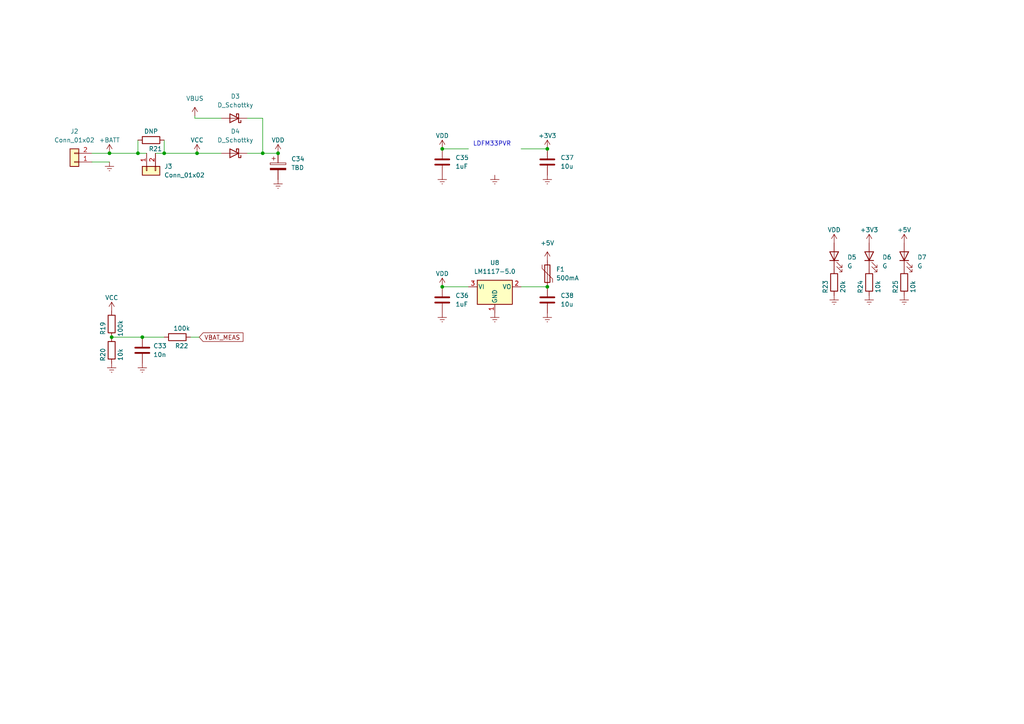
<source format=kicad_sch>
(kicad_sch (version 20211123) (generator eeschema)
  (paper "A4")
  (lib_symbols
    (symbol "Connector_Generic:Conn_01x02" (pin_names (offset 1.016) hide)
      (property "Reference" "J" (at 0 2.54 0))
      (property "Value" "Conn_01x02" (at 0 -5.08 0))
      (symbol "Conn_01x02_1_1"
        (rectangle (start -1.27 -2.413) (end 0 -2.667) (stroke (width 0.1524)))
        (rectangle (start -1.27 0.127) (end 0 -0.127) (stroke (width 0.1524)))
        (rectangle (start -1.27 1.27) (end 1.27 -3.81) (stroke (width 0.254)) (fill (type background)))
        (pin passive line (at -5.08 0 0) (length 3.81) (name "Pin_1") (number "1"))
        (pin passive line (at -5.08 -2.54 0) (length 3.81) (name "Pin_2") (number "2"))
      )
    )
    (symbol "Device:C" (pin_numbers hide) (pin_names (offset 0.254))
      (property "Reference" "C" (at 0.635 2.54 0))
      (property "Value" "C" (at 0.635 -2.54 0))
      (symbol "C_0_1"
        (polyline (pts (xy -2.032 -0.762) (xy 2.032 -0.762)) (stroke (width 0.508)))
        (polyline (pts (xy -2.032 0.762) (xy 2.032 0.762)) (stroke (width 0.508)))
      )
      (symbol "C_1_1"
        (pin passive line (at 0 3.81 270) (length 2.794) (name "~") (number "1"))
        (pin passive line (at 0 -3.81 90) (length 2.794) (name "~") (number "2"))
      )
    )
    (symbol "Device:C_Polarized" (pin_numbers hide) (pin_names (offset 0.254))
      (property "Reference" "C" (at 0.635 2.54 0))
      (property "Value" "C_Polarized" (at 0.635 -2.54 0))
      (symbol "C_Polarized_0_1"
        (rectangle (start -2.286 0.508) (end 2.286 1.016))
        (polyline (pts (xy -1.778 2.286) (xy -0.762 2.286)))
        (polyline (pts (xy -1.27 2.794) (xy -1.27 1.778)))
        (rectangle (start 2.286 -0.508) (end -2.286 -1.016) (fill (type outline)))
      )
      (symbol "C_Polarized_1_1"
        (pin passive line (at 0 3.81 270) (length 2.794) (name "~") (number "1"))
        (pin passive line (at 0 -3.81 90) (length 2.794) (name "~") (number "2"))
      )
    )
    (symbol "Device:D_Schottky" (pin_numbers hide) (pin_names (offset 1.016) hide)
      (property "Reference" "D" (at 0 2.54 0))
      (property "Value" "D_Schottky" (at 0 -2.54 0))
      (symbol "D_Schottky_0_1"
        (polyline (pts (xy 1.27 0) (xy -1.27 0)))
        (polyline (pts (xy 1.27 1.27) (xy 1.27 -1.27) (xy -1.27 0) (xy 1.27 1.27)) (stroke (width 0.254)))
        (polyline (pts (xy -1.905 0.635) (xy -1.905 1.27) (xy -1.27 1.27) (xy -1.27 -1.27) (xy -0.635 -1.27) (xy -0.635 -0.635)) (stroke (width 0.254)))
      )
      (symbol "D_Schottky_1_1"
        (pin passive line (at -3.81 0 0) (length 2.54) (name "K") (number "1"))
        (pin passive line (at 3.81 0 180) (length 2.54) (name "A") (number "2"))
      )
    )
    (symbol "Device:LED" (pin_numbers hide) (pin_names (offset 1.016) hide)
      (property "Reference" "D" (at 0 2.54 0))
      (property "Value" "LED" (at 0 -2.54 0))
      (symbol "LED_0_1"
        (polyline (pts (xy -1.27 -1.27) (xy -1.27 1.27)) (stroke (width 0.254)))
        (polyline (pts (xy -1.27 0) (xy 1.27 0)))
        (polyline (pts (xy 1.27 -1.27) (xy 1.27 1.27) (xy -1.27 0) (xy 1.27 -1.27)) (stroke (width 0.254)))
        (polyline (pts (xy -3.048 -0.762) (xy -4.572 -2.286) (xy -3.81 -2.286) (xy -4.572 -2.286) (xy -4.572 -1.524)))
        (polyline (pts (xy -1.778 -0.762) (xy -3.302 -2.286) (xy -2.54 -2.286) (xy -3.302 -2.286) (xy -3.302 -1.524)))
      )
      (symbol "LED_1_1"
        (pin passive line (at -3.81 0 0) (length 2.54) (name "K") (number "1"))
        (pin passive line (at 3.81 0 180) (length 2.54) (name "A") (number "2"))
      )
    )
    (symbol "Device:Polyfuse" (pin_numbers hide) (pin_names (offset 0))
      (property "Reference" "F" (at -2.54 0 90))
      (property "Value" "Polyfuse" (at 2.54 0 90))
      (symbol "Polyfuse_0_1"
        (rectangle (start -0.762 2.54) (end 0.762 -2.54) (stroke (width 0.254)))
        (polyline (pts (xy 0 2.54) (xy 0 -2.54)))
        (polyline (pts (xy -1.524 2.54) (xy -1.524 1.524) (xy 1.524 -1.524) (xy 1.524 -2.54)))
      )
      (symbol "Polyfuse_1_1"
        (pin passive line (at 0 3.81 270) (length 1.27) (name "~") (number "1"))
        (pin passive line (at 0 -3.81 90) (length 1.27) (name "~") (number "2"))
      )
    )
    (symbol "Device:R" (pin_numbers hide) (pin_names (offset 0))
      (property "Reference" "R" (at 2.032 0 90))
      (property "Value" "R" (at 0 0 90))
      (symbol "R_0_1"
        (rectangle (start -1.016 -2.54) (end 1.016 2.54) (stroke (width 0.254)))
      )
      (symbol "R_1_1"
        (pin passive line (at 0 3.81 270) (length 1.27) (name "~") (number "1"))
        (pin passive line (at 0 -3.81 90) (length 1.27) (name "~") (number "2"))
      )
    )
    (symbol "Regulator_Linear:LM1117-5.0" (pin_names (offset 0.254))
      (property "Reference" "U" (at -3.81 3.175 0))
      (property "Value" "LM1117-5.0" (at 0 3.175 0))
      (symbol "LM1117-5.0_0_1"
        (rectangle (start -5.08 -5.08) (end 5.08 1.905) (stroke (width 0.254)) (fill (type background)))
      )
      (symbol "LM1117-5.0_1_1"
        (pin power_in line (at 0 -7.62 90) (length 2.54) (name "GND") (number "1"))
        (pin power_out line (at 7.62 0 180) (length 2.54) (name "VO") (number "2"))
        (pin power_in line (at -7.62 0 0) (length 2.54) (name "VI") (number "3"))
      )
    )
    (symbol "power:+3.3V" (power) (pin_names (offset 0))
      (property "Value" "+3.3V" (at 0 3.556 0))
      (symbol "+3.3V_0_1"
        (polyline (pts (xy -0.762 1.27) (xy 0 2.54)))
        (polyline (pts (xy 0 0) (xy 0 2.54)))
        (polyline (pts (xy 0 2.54) (xy 0.762 1.27)))
      )
      (symbol "+3.3V_1_1"
        (pin power_in line (at 0 0 90) (length 0) hide (name "+3V3") (number "1"))
      )
    )
    (symbol "power:+5V" (power) (pin_names (offset 0))
      (property "Value" "+5V" (at 0 3.556 0))
      (symbol "+5V_0_1"
        (polyline (pts (xy -0.762 1.27) (xy 0 2.54)))
        (polyline (pts (xy 0 0) (xy 0 2.54)))
        (polyline (pts (xy 0 2.54) (xy 0.762 1.27)))
      )
      (symbol "+5V_1_1"
        (pin power_in line (at 0 0 90) (length 0) hide (name "+5V") (number "1"))
      )
    )
    (symbol "power:+BATT" (power) (pin_names (offset 0))
      (property "Value" "+BATT" (at 0 3.556 0))
      (symbol "+BATT_0_1"
        (polyline (pts (xy -0.762 1.27) (xy 0 2.54)))
        (polyline (pts (xy 0 0) (xy 0 2.54)))
        (polyline (pts (xy 0 2.54) (xy 0.762 1.27)))
      )
      (symbol "+BATT_1_1"
        (pin power_in line (at 0 0 90) (length 0) hide (name "+BATT") (number "1"))
      )
    )
    (symbol "power:Earth" (power) (pin_names (offset 0))
      (symbol "Earth_0_1"
        (polyline (pts (xy -0.635 -1.905) (xy 0.635 -1.905)))
        (polyline (pts (xy -0.127 -2.54) (xy 0.127 -2.54)))
        (polyline (pts (xy 0 -1.27) (xy 0 0)))
        (polyline (pts (xy 1.27 -1.27) (xy -1.27 -1.27)))
      )
      (symbol "Earth_1_1"
        (pin power_in line (at 0 0 270) (length 0) hide (name "Earth") (number "1"))
      )
    )
    (symbol "power:VBUS" (power) (pin_names (offset 0))
      (property "Value" "VBUS" (at 0 3.81 0))
      (symbol "VBUS_0_1"
        (polyline (pts (xy -0.762 1.27) (xy 0 2.54)))
        (polyline (pts (xy 0 0) (xy 0 2.54)))
        (polyline (pts (xy 0 2.54) (xy 0.762 1.27)))
      )
      (symbol "VBUS_1_1"
        (pin power_in line (at 0 0 90) (length 0) hide (name "VBUS") (number "1"))
      )
    )
    (symbol "power:VCC" (power) (pin_names (offset 0))
      (property "Value" "VCC" (at 0 3.81 0))
      (symbol "VCC_0_1"
        (polyline (pts (xy -0.762 1.27) (xy 0 2.54)))
        (polyline (pts (xy 0 0) (xy 0 2.54)))
        (polyline (pts (xy 0 2.54) (xy 0.762 1.27)))
      )
      (symbol "VCC_1_1"
        (pin power_in line (at 0 0 90) (length 0) hide (name "VCC") (number "1"))
      )
    )
    (symbol "power:VDD" (power) (pin_names (offset 0))
      (property "Value" "VDD" (at 0 3.81 0))
      (symbol "VDD_0_1"
        (polyline (pts (xy -0.762 1.27) (xy 0 2.54)))
        (polyline (pts (xy 0 0) (xy 0 2.54)))
        (polyline (pts (xy 0 2.54) (xy 0.762 1.27)))
      )
      (symbol "VDD_1_1"
        (pin power_in line (at 0 0 90) (length 0) hide (name "VDD") (number "1"))
      )
    )
  )
  (junction (at 41.275 97.79))
  (junction (at 47.625 44.45))
  (junction (at 158.75 83.185))
  (junction (at 76.2 44.45))
  (junction (at 31.75 44.45))
  (junction (at 57.15 44.45))
  (junction (at 158.75 43.18))
  (junction (at 128.27 43.18))
  (junction (at 40.005 44.45))
  (junction (at 80.645 44.45))
  (junction (at 128.27 83.185))
  (junction (at 32.385 97.79))
  (wire (pts (xy 45.085 44.45) (xy 47.625 44.45)))
  (wire (pts (xy 71.755 34.29) (xy 76.2 34.29)))
  (wire (pts (xy 47.625 40.64) (xy 47.625 44.45)))
  (wire (pts (xy 56.515 34.29) (xy 56.515 33.655)))
  (wire (pts (xy 76.2 44.45) (xy 80.645 44.45)))
  (wire (pts (xy 31.75 46.99) (xy 26.67 46.99)))
  (wire (pts (xy 55.245 97.79) (xy 57.785 97.79)))
  (wire (pts (xy 47.625 44.45) (xy 57.15 44.45)))
  (wire (pts (xy 26.67 44.45) (xy 31.75 44.45)))
  (wire (pts (xy 32.385 97.79) (xy 41.275 97.79)))
  (wire (pts (xy 128.27 83.185) (xy 135.89 83.185)))
  (wire (pts (xy 151.13 43.18) (xy 158.75 43.18)))
  (wire (pts (xy 57.15 44.45) (xy 64.135 44.45)))
  (wire (pts (xy 31.75 44.45) (xy 40.005 44.45)))
  (wire (pts (xy 41.275 97.79) (xy 47.625 97.79)))
  (wire (pts (xy 40.005 40.64) (xy 40.005 44.45)))
  (wire (pts (xy 64.135 34.29) (xy 56.515 34.29)))
  (wire (pts (xy 151.13 83.185) (xy 158.75 83.185)))
  (wire (pts (xy 128.27 43.18) (xy 135.89 43.18)))
  (wire (pts (xy 76.2 34.29) (xy 76.2 44.45)))
  (wire (pts (xy 71.755 44.45) (xy 76.2 44.45)))
  (wire (pts (xy 40.005 44.45) (xy 42.545 44.45)))
  (text "LDFM33PVR" (at 137.16 42.545 0) (effects (font (size 1.27 1.27)) (justify left bottom)))
  (global_label "VBAT_MEAS" (shape input) (at 57.785 97.79 0) (property "Intersheet References" "${INTERSHEET_REFS}" (effects hide)))
  (symbol (lib_id "Device:R") (at 241.935 81.915 0) (unit 1)
    (property "Reference" "R23" (at 239.395 83.185 90))
    (property "Value" "20k" (at 244.475 83.185 90))
    (property "Footprint" "Resistor_SMD:R_0402_1005Metric" (effects hide))
  )
  (symbol (lib_id "Device:R") (at 51.435 97.79 90) (unit 1)
    (property "Reference" "R22" (at 52.705 100.33 90))
    (property "Value" "100k" (at 52.705 95.25 90))
    (property "Footprint" "Resistor_SMD:R_0402_1005Metric" (effects hide))
  )
  (symbol (lib_id "Device:LED") (at 241.935 74.295 90) (unit 1)
    (property "Reference" "D5" (at 245.745 74.6124 90) (effects (justify right)))
    (property "Value" "G" (at 245.745 77.1524 90) (effects (justify right)))
    (property "Footprint" "LED_SMD:LED_0603_1608Metric" (effects hide))
  )
  (symbol (lib_id "power:+3.3V") (at 252.095 70.485 0) (unit 1)
    (property "Reference" "#PWR098" (effects hide))
    (property "Value" "+3.3V" (at 252.095 66.675 0))
  )
  (symbol (lib_id "Device:LED") (at 252.095 74.295 90) (unit 1)
    (property "Reference" "D6" (at 255.905 74.6124 90) (effects (justify right)))
    (property "Value" "G" (at 255.905 77.1524 90) (effects (justify right)))
    (property "Footprint" "LED_SMD:LED_0603_1608Metric" (effects hide))
  )
  (symbol (lib_id "power:Earth") (at 158.75 90.805 0) (unit 1)
    (property "Reference" "#PWR095" (effects hide))
    (property "Value" "Earth" (effects hide))
  )
  (symbol (lib_id "Connector_Generic:Conn_01x02") (at 21.59 46.99 180) (unit 1)
    (property "Reference" "J2" (at 21.59 38.1 0))
    (property "Value" "Conn_01x02" (at 21.59 40.64 0))
    (property "Footprint" "Connector_JST:JST_GH_SM02B-GHS-TB_1x02-1MP_P1.25mm_Horizontal" (effects hide))
  )
  (symbol (lib_id "power:VBUS") (at 56.515 33.655 0) (unit 1)
    (property "Reference" "#PWR082" (effects hide))
    (property "Value" "VBUS" (at 56.515 28.575 0))
  )
  (symbol (lib_id "Device:R") (at 252.095 81.915 0) (unit 1)
    (property "Reference" "R24" (at 249.555 83.185 90))
    (property "Value" "10k" (at 254.635 83.185 90))
    (property "Footprint" "Resistor_SMD:R_0402_1005Metric" (effects hide))
  )
  (symbol (lib_id "power:VCC") (at 57.15 44.45 0) (unit 1)
    (property "Reference" "#PWR083" (effects hide))
    (property "Value" "VCC" (at 57.15 40.64 0))
  )
  (symbol (lib_id "power:Earth") (at 262.255 85.725 0) (unit 1)
    (property "Reference" "#PWR0101" (effects hide))
    (property "Value" "Earth" (effects hide))
  )
  (symbol (lib_id "Device:Polyfuse") (at 158.75 79.375 0) (unit 1)
    (property "Reference" "F1" (at 161.29 78.1049 0) (effects (justify left)))
    (property "Value" "500mA" (at 161.29 80.6449 0) (effects (justify left)))
    (property "Footprint" "Fuse:Fuse_0805_2012Metric" (effects hide))
  )
  (symbol (lib_id "Device:C") (at 158.75 46.99 0) (unit 1)
    (property "Reference" "C37" (at 162.56 45.7199 0) (effects (justify left)))
    (property "Value" "10u" (at 162.56 48.2599 0) (effects (justify left)))
    (property "Footprint" "Capacitor_SMD:C_0402_1005Metric" (effects hide))
  )
  (symbol (lib_id "Device:R") (at 32.385 101.6 0) (unit 1)
    (property "Reference" "R20" (at 29.845 102.87 90))
    (property "Value" "10k" (at 34.925 102.87 90))
    (property "Footprint" "Resistor_SMD:R_0402_1005Metric" (effects hide))
  )
  (symbol (lib_id "Device:R") (at 43.815 40.64 90) (unit 1)
    (property "Reference" "R21" (at 45.085 43.18 90))
    (property "Value" "DNP" (at 43.815 38.1 90))
    (property "Footprint" "Resistor_SMD:R_0402_1005Metric" (effects hide))
  )
  (symbol (lib_id "Device:D_Schottky") (at 67.945 34.29 180) (unit 1)
    (property "Reference" "D3" (at 68.2625 27.94 0))
    (property "Value" "D_Schottky" (at 68.2625 30.48 0))
    (property "Footprint" "Diode_SMD:D_SOD-123" (effects hide))
  )
  (symbol (lib_id "Device:R") (at 262.255 81.915 0) (unit 1)
    (property "Reference" "R25" (at 259.715 83.185 90))
    (property "Value" "10k" (at 264.795 83.185 90))
    (property "Footprint" "Resistor_SMD:R_0402_1005Metric" (effects hide))
  )
  (symbol (lib_id "Connector_Generic:Conn_01x02") (at 42.545 49.53 90) (mirror x) (unit 1)
    (property "Reference" "J3" (at 47.625 48.2599 90) (effects (justify right)))
    (property "Value" "Conn_01x02" (at 47.625 50.7999 90) (effects (justify right)))
    (property "Footprint" "TerminalBlock_Phoenix:TerminalBlock_Phoenix_MPT-0,5-2-2.54_1x02_P2.54mm_Horizontal" (effects hide))
  )
  (symbol (lib_id "power:+3.3V") (at 158.75 43.18 0) (unit 1)
    (property "Reference" "#PWR092" (effects hide))
    (property "Value" "+3.3V" (at 158.75 39.37 0))
  )
  (symbol (lib_id "power:VCC") (at 32.385 90.17 0) (unit 1)
    (property "Reference" "#PWR079" (effects hide))
    (property "Value" "VCC" (at 32.385 86.36 0))
  )
  (symbol (lib_id "power:+5V") (at 262.255 70.485 0) (unit 1)
    (property "Reference" "#PWR0100" (effects hide))
    (property "Value" "+5V" (at 262.255 66.675 0))
  )
  (symbol (lib_id "power:Earth") (at 241.935 85.725 0) (unit 1)
    (property "Reference" "#PWR097" (effects hide))
    (property "Value" "Earth" (effects hide))
  )
  (symbol (lib_id "power:Earth") (at 128.27 90.805 0) (unit 1)
    (property "Reference" "#PWR089" (effects hide))
    (property "Value" "Earth" (effects hide))
  )
  (symbol (lib_id "power:+BATT") (at 31.75 44.45 0) (unit 1)
    (property "Reference" "#PWR077" (effects hide))
    (property "Value" "+BATT" (at 31.75 40.64 0))
  )
  (symbol (lib_id "Device:D_Schottky") (at 67.945 44.45 180) (unit 1)
    (property "Reference" "D4" (at 68.2625 38.1 0))
    (property "Value" "D_Schottky" (at 68.2625 40.64 0))
    (property "Footprint" "Diode_SMD:D_SOD-123" (effects hide))
  )
  (symbol (lib_id "Device:C") (at 128.27 46.99 0) (unit 1)
    (property "Reference" "C35" (at 132.08 45.7199 0) (effects (justify left)))
    (property "Value" "1uF" (at 132.08 48.2599 0) (effects (justify left)))
    (property "Footprint" "Capacitor_SMD:C_0402_1005Metric" (effects hide))
  )
  (symbol (lib_id "power:Earth") (at 252.095 85.725 0) (unit 1)
    (property "Reference" "#PWR099" (effects hide))
    (property "Value" "Earth" (effects hide))
  )
  (symbol (lib_id "power:+5V") (at 158.75 75.565 0) (unit 1)
    (property "Reference" "#PWR094" (effects hide))
    (property "Value" "+5V" (at 158.75 70.485 0))
  )
  (symbol (lib_id "power:Earth") (at 158.75 50.8 0) (unit 1)
    (property "Reference" "#PWR093" (effects hide))
    (property "Value" "Earth" (effects hide))
  )
  (symbol (lib_id "Regulator_Linear:LM1117-5.0") (at 143.51 83.185 0) (unit 1)
    (property "Reference" "U8" (at 143.51 76.2 0))
    (property "Value" "LM1117-5.0" (at 143.51 78.74 0))
    (property "Datasheet" "http://www.ti.com/lit/ds/symlink/lm1117.pdf" (effects hide))
  )
  (symbol (lib_id "power:VDD") (at 80.645 44.45 0) (unit 1)
    (property "Reference" "#PWR084" (effects hide))
    (property "Value" "VDD" (at 80.645 40.64 0))
  )
  (symbol (lib_id "Device:C") (at 158.75 86.995 0) (unit 1)
    (property "Reference" "C38" (at 162.56 85.7249 0) (effects (justify left)))
    (property "Value" "10u" (at 162.56 88.2649 0) (effects (justify left)))
    (property "Footprint" "Capacitor_SMD:C_0402_1005Metric" (effects hide))
  )
  (symbol (lib_id "power:Earth") (at 41.275 105.41 0) (unit 1)
    (property "Reference" "#PWR081" (effects hide))
    (property "Value" "Earth" (effects hide))
  )
  (symbol (lib_id "power:Earth") (at 128.27 50.8 0) (unit 1)
    (property "Reference" "#PWR087" (effects hide))
    (property "Value" "Earth" (effects hide))
  )
  (symbol (lib_id "power:VDD") (at 128.27 83.185 0) (unit 1)
    (property "Reference" "#PWR088" (effects hide))
    (property "Value" "VDD" (at 128.27 79.375 0))
  )
  (symbol (lib_id "Device:C") (at 128.27 86.995 0) (unit 1)
    (property "Reference" "C36" (at 132.08 85.7249 0) (effects (justify left)))
    (property "Value" "1uF" (at 132.08 88.2649 0) (effects (justify left)))
    (property "Footprint" "Capacitor_SMD:C_0402_1005Metric" (effects hide))
  )
  (symbol (lib_id "Device:C_Polarized") (at 80.645 48.26 0) (unit 1)
    (property "Reference" "C34" (at 84.455 46.1009 0) (effects (justify left)))
    (property "Value" "TBD" (at 84.455 48.6409 0) (effects (justify left)))
    (property "Footprint" "Capacitor_SMD:C_0402_1005Metric" (effects hide))
  )
  (symbol (lib_id "Device:LED") (at 262.255 74.295 90) (unit 1)
    (property "Reference" "D7" (at 266.065 74.6124 90) (effects (justify right)))
    (property "Value" "G" (at 266.065 77.1524 90) (effects (justify right)))
    (property "Footprint" "LED_SMD:LED_0603_1608Metric" (effects hide))
  )
  (symbol (lib_id "Device:C") (at 41.275 101.6 0) (unit 1)
    (property "Reference" "C33" (at 44.45 100.3299 0) (effects (justify left)))
    (property "Value" "10n" (at 44.45 102.8699 0) (effects (justify left)))
    (property "Footprint" "Capacitor_SMD:C_0402_1005Metric" (effects hide))
  )
  (symbol (lib_id "power:VDD") (at 128.27 43.18 0) (unit 1)
    (property "Reference" "#PWR086" (effects hide))
    (property "Value" "VDD" (at 128.27 39.37 0))
  )
  (symbol (lib_id "power:Earth") (at 143.51 50.8 0) (unit 1)
    (property "Reference" "#PWR090" (effects hide))
    (property "Value" "Earth" (effects hide))
  )
  (symbol (lib_id "power:Earth") (at 80.645 52.07 0) (unit 1)
    (property "Reference" "#PWR085" (effects hide))
    (property "Value" "Earth" (effects hide))
  )
  (symbol (lib_id "power:Earth") (at 31.75 46.99 0) (unit 1)
    (property "Reference" "#PWR078" (effects hide))
    (property "Value" "Earth" (effects hide))
  )
  (symbol (lib_id "Device:R") (at 32.385 93.98 0) (unit 1)
    (property "Reference" "R19" (at 29.845 95.25 90))
    (property "Value" "100k" (at 34.925 95.25 90))
    (property "Footprint" "Resistor_SMD:R_0402_1005Metric" (effects hide))
  )
  (symbol (lib_id "power:VDD") (at 241.935 70.485 0) (unit 1)
    (property "Reference" "#PWR096" (effects hide))
    (property "Value" "VDD" (at 241.935 66.675 0))
  )
  (symbol (lib_id "power:Earth") (at 32.385 105.41 0) (unit 1)
    (property "Reference" "#PWR080" (effects hide))
    (property "Value" "Earth" (effects hide))
  )
  (symbol (lib_id "power:Earth") (at 143.51 90.805 0) (unit 1)
    (property "Reference" "#PWR091" (effects hide))
    (property "Value" "Earth" (effects hide))
  )
)
</source>
